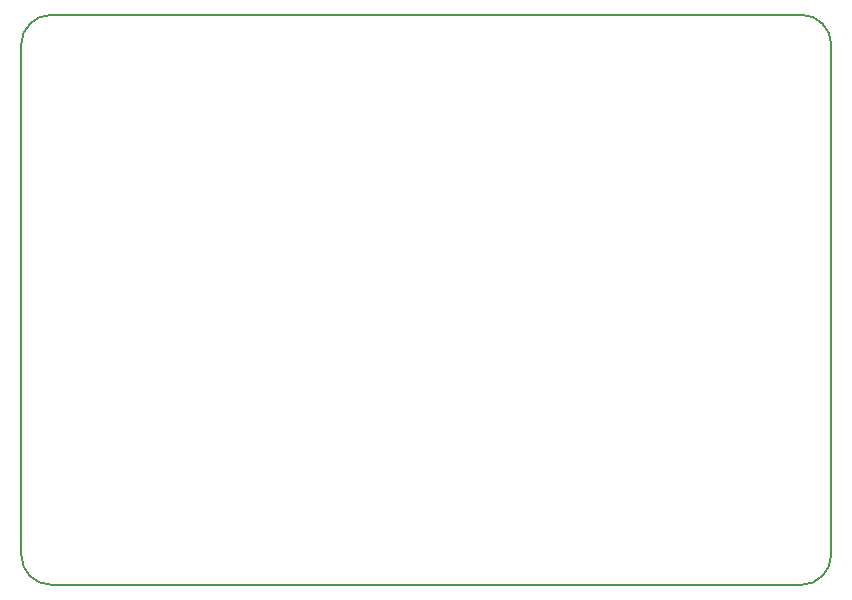
<source format=gbr>
G04 #@! TF.GenerationSoftware,KiCad,Pcbnew,(5.1.4)*
G04 #@! TF.CreationDate,2020-02-25T01:22:36-06:00*
G04 #@! TF.ProjectId,gate board,67617465-2062-46f6-9172-642e6b696361,rev?*
G04 #@! TF.SameCoordinates,Original*
G04 #@! TF.FileFunction,Profile,NP*
%FSLAX46Y46*%
G04 Gerber Fmt 4.6, Leading zero omitted, Abs format (unit mm)*
G04 Created by KiCad (PCBNEW (5.1.4)) date 2020-02-25 01:22:36*
%MOMM*%
%LPD*%
G04 APERTURE LIST*
%ADD10C,0.150000*%
G04 APERTURE END LIST*
D10*
X85090000Y-58420000D02*
G75*
G02X82550000Y-60960000I-2540000J0D01*
G01*
X19050000Y-60960000D02*
G75*
G02X16510000Y-58420000I0J2540000D01*
G01*
X16510000Y-15240000D02*
G75*
G02X19050000Y-12700000I2540000J0D01*
G01*
X82550000Y-12700000D02*
G75*
G02X85090000Y-15240000I0J-2540000D01*
G01*
X16510000Y-58420000D02*
X16510000Y-15240000D01*
X82550000Y-60960000D02*
X19050000Y-60960000D01*
X85090000Y-15240000D02*
X85090000Y-58420000D01*
X19050000Y-12700000D02*
X82550000Y-12700000D01*
M02*

</source>
